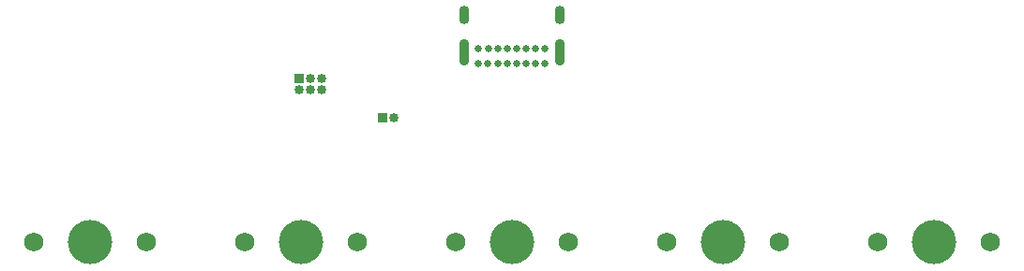
<source format=gbr>
%TF.GenerationSoftware,KiCad,Pcbnew,(5.1.7)-1*%
%TF.CreationDate,2020-12-03T18:42:54-08:00*%
%TF.ProjectId,k-5,6b2d352e-6b69-4636-9164-5f7063625858,rev?*%
%TF.SameCoordinates,Original*%
%TF.FileFunction,Soldermask,Bot*%
%TF.FilePolarity,Negative*%
%FSLAX46Y46*%
G04 Gerber Fmt 4.6, Leading zero omitted, Abs format (unit mm)*
G04 Created by KiCad (PCBNEW (5.1.7)-1) date 2020-12-03 18:42:54*
%MOMM*%
%LPD*%
G01*
G04 APERTURE LIST*
%ADD10C,1.750000*%
%ADD11C,4.000000*%
%ADD12C,0.650000*%
%ADD13O,0.900000X2.400000*%
%ADD14O,0.900000X1.700000*%
%ADD15O,0.850000X0.850000*%
%ADD16R,0.850000X0.850000*%
G04 APERTURE END LIST*
D10*
%TO.C,K5*%
X169545000Y-79375000D03*
X179705000Y-79375000D03*
D11*
X174625000Y-79375000D03*
%TD*%
D12*
%TO.C,J1*%
X135250000Y-63161000D03*
X133550000Y-63161000D03*
X134400000Y-63161000D03*
X136100000Y-63161000D03*
X136950000Y-63161000D03*
X137800000Y-63161000D03*
X138650000Y-63161000D03*
X139500000Y-63161000D03*
X133550000Y-61836000D03*
X134405000Y-61836000D03*
X135255000Y-61836000D03*
X136105000Y-61836000D03*
X136955000Y-61836000D03*
X137805000Y-61836000D03*
X138655000Y-61836000D03*
X139505000Y-61836000D03*
D13*
X132200000Y-62181000D03*
X140850000Y-62181000D03*
D14*
X132200000Y-58801000D03*
X140850000Y-58801000D03*
%TD*%
D15*
%TO.C,J2*%
X119365000Y-65555000D03*
X119365000Y-64555000D03*
X118365000Y-65555000D03*
X118365000Y-64555000D03*
X117365000Y-65555000D03*
D16*
X117365000Y-64555000D03*
%TD*%
D15*
%TO.C,J3*%
X125865000Y-68055000D03*
D16*
X124865000Y-68055000D03*
%TD*%
D10*
%TO.C,K5*%
X93408500Y-79375000D03*
X103568500Y-79375000D03*
D11*
X98488500Y-79375000D03*
%TD*%
%TO.C,K2*%
X117475000Y-79375000D03*
D10*
X122555000Y-79375000D03*
X112395000Y-79375000D03*
%TD*%
%TO.C,K3*%
X131445000Y-79375000D03*
X141605000Y-79375000D03*
D11*
X136525000Y-79375000D03*
%TD*%
%TO.C,K4*%
X155575000Y-79375000D03*
D10*
X160655000Y-79375000D03*
X150495000Y-79375000D03*
%TD*%
M02*

</source>
